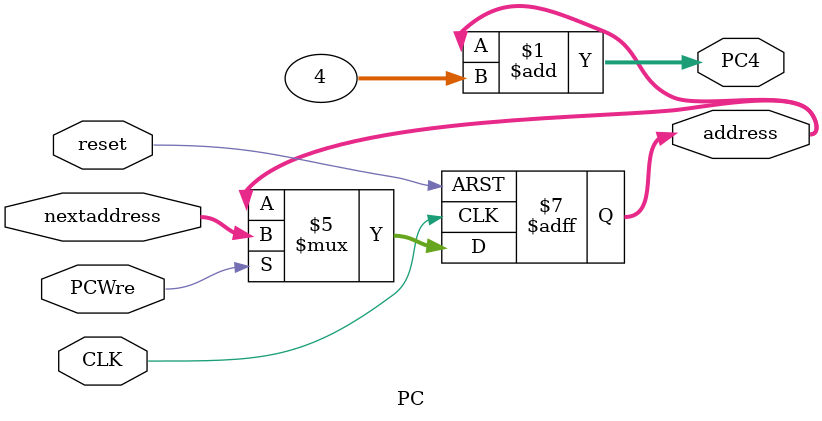
<source format=v>
`timescale 1ns / 1ps


`timescale 1ns / 1ps
//////////////////////////////////////////////////////////////////////////////////
// Company: 
// Engineer: 
// 
// Create Date: 2024/11/26 10:57:05
// Design Name: 
// Module Name: PC
// Project Name: 
// Target Devices: 
// Tool Versions: 
// Description: 
// 
// Dependencies: 
// 
// Revision:
// Revision 0.01 - File Created
// Additional Comments:
// 
//////////////////////////////////////////////////////////////////////////////////


module PC(
    input CLK,reset,PCWre,
    input [31:0] nextaddress,  
    output reg [31:0] address,
    output [31:0] PC4    //ÓÃÓÚ´¢´æµ±Ç°µØÖ·+4ºóµÄµØÖ·
    );
    assign PC4 = address+4;
    always @(posedge CLK or negedge reset) begin//µ±clockÏÂ½µÑØµ½À´»òResetÏÂ½µÑØµ½À´Ê±£¬¶ÔµØÖ·½øÐÐ¸üÐÂ»òÕßÖÃÁã
        if(reset==0) begin  //reset=0Ê±£¬³õÊ¼»¯PCÎª0 
            address=0;
        end
        else if(PCWre) begin
            address=nextaddress;    //PCWreÎª1Ê±£¬½«¶ÔµØÖ·½øÐÐ¸üÐÂ
        end
    end
endmodule

</source>
